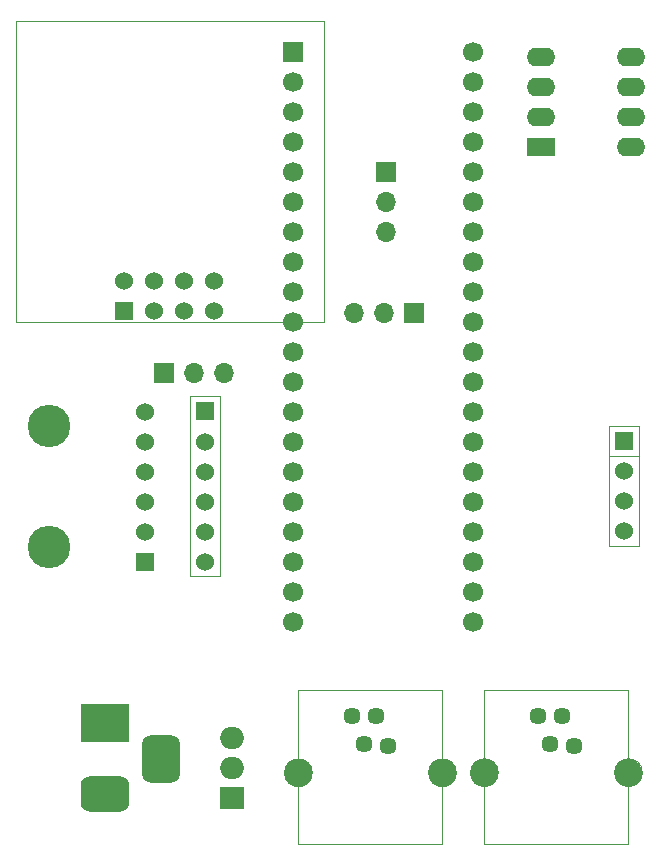
<source format=gbr>
G04 #@! TF.GenerationSoftware,KiCad,Pcbnew,(6.0.4)*
G04 #@! TF.CreationDate,2023-10-25T12:50:42+07:00*
G04 #@! TF.ProjectId,Station-Hardware-ver-01,53746174-696f-46e2-9d48-617264776172,rev?*
G04 #@! TF.SameCoordinates,Original*
G04 #@! TF.FileFunction,Soldermask,Top*
G04 #@! TF.FilePolarity,Negative*
%FSLAX46Y46*%
G04 Gerber Fmt 4.6, Leading zero omitted, Abs format (unit mm)*
G04 Created by KiCad (PCBNEW (6.0.4)) date 2023-10-25 12:50:42*
%MOMM*%
%LPD*%
G01*
G04 APERTURE LIST*
G04 Aperture macros list*
%AMRoundRect*
0 Rectangle with rounded corners*
0 $1 Rounding radius*
0 $2 $3 $4 $5 $6 $7 $8 $9 X,Y pos of 4 corners*
0 Add a 4 corners polygon primitive as box body*
4,1,4,$2,$3,$4,$5,$6,$7,$8,$9,$2,$3,0*
0 Add four circle primitives for the rounded corners*
1,1,$1+$1,$2,$3*
1,1,$1+$1,$4,$5*
1,1,$1+$1,$6,$7*
1,1,$1+$1,$8,$9*
0 Add four rect primitives between the rounded corners*
20,1,$1+$1,$2,$3,$4,$5,0*
20,1,$1+$1,$4,$5,$6,$7,0*
20,1,$1+$1,$6,$7,$8,$9,0*
20,1,$1+$1,$8,$9,$2,$3,0*%
G04 Aperture macros list end*
%ADD10C,0.120000*%
%ADD11R,1.524000X1.524000*%
%ADD12C,1.524000*%
%ADD13C,1.700000*%
%ADD14R,1.700000X1.700000*%
%ADD15C,3.600000*%
%ADD16C,2.360000*%
%ADD17C,1.450000*%
%ADD18O,1.700000X1.700000*%
%ADD19RoundRect,0.800000X0.800000X-1.250000X0.800000X1.250000X-0.800000X1.250000X-0.800000X-1.250000X0*%
%ADD20RoundRect,0.750000X1.300000X-0.750000X1.300000X0.750000X-1.300000X0.750000X-1.300000X-0.750000X0*%
%ADD21R,4.100000X3.200000*%
%ADD22R,2.000000X1.905000*%
%ADD23O,2.000000X1.905000*%
%ADD24R,2.400000X1.600000*%
%ADD25O,2.400000X1.600000*%
G04 APERTURE END LIST*
D10*
G04 #@! TO.C,U3*
X168150000Y-41380000D02*
X194150000Y-41380000D01*
X194150000Y-41380000D02*
X194150000Y-66880000D01*
X194150000Y-66880000D02*
X168150000Y-66880000D01*
X168150000Y-66880000D02*
X168150000Y-41380000D01*
G04 #@! TO.C,J4*
X192020000Y-98010000D02*
X204220000Y-98010000D01*
X204220000Y-98010000D02*
X204220000Y-111010000D01*
X204220000Y-111010000D02*
X192020000Y-111010000D01*
X192020000Y-111010000D02*
X192020000Y-98010000D01*
X193200000Y-105010000D02*
G75*
G03*
X193200000Y-105010000I-1180000J0D01*
G01*
X205400000Y-105010000D02*
G75*
G03*
X205400000Y-105010000I-1180000J0D01*
G01*
G04 #@! TO.C,J5*
X207768000Y-98000000D02*
X219968000Y-98000000D01*
X219968000Y-98000000D02*
X219968000Y-111000000D01*
X219968000Y-111000000D02*
X207768000Y-111000000D01*
X207768000Y-111000000D02*
X207768000Y-98000000D01*
X221148000Y-105000000D02*
G75*
G03*
X221148000Y-105000000I-1180000J0D01*
G01*
X208948000Y-105000000D02*
G75*
G03*
X208948000Y-105000000I-1180000J0D01*
G01*
G04 #@! TO.C,U2*
X182830000Y-73100000D02*
X185370000Y-73100000D01*
X185370000Y-73100000D02*
X185370000Y-88340000D01*
X185370000Y-88340000D02*
X182830000Y-88340000D01*
X182830000Y-88340000D02*
X182830000Y-73100000D01*
X220830000Y-75640000D02*
X218290000Y-75640000D01*
X218290000Y-75640000D02*
X218290000Y-78180000D01*
X218290000Y-78180000D02*
X220830000Y-78180000D01*
X220830000Y-78180000D02*
X220830000Y-75640000D01*
X220830000Y-78180000D02*
X218290000Y-78180000D01*
X218290000Y-78180000D02*
X218290000Y-85800000D01*
X218290000Y-85800000D02*
X220830000Y-85800000D01*
X220830000Y-85800000D02*
X220830000Y-78180000D01*
G04 #@! TD*
D11*
G04 #@! TO.C,U3*
X177270000Y-65930000D03*
D12*
X177270000Y-63390000D03*
X179810000Y-65930000D03*
X179810000Y-63390000D03*
X182350000Y-65930000D03*
X182350000Y-63390000D03*
X184890000Y-65930000D03*
X184890000Y-63390000D03*
G04 #@! TD*
D13*
G04 #@! TO.C,U1*
X206770000Y-43980000D03*
X206770000Y-46520000D03*
X206770000Y-49060000D03*
X206770000Y-51600000D03*
X206770000Y-54140000D03*
X206770000Y-56680000D03*
X206770000Y-59220000D03*
X206770000Y-61760000D03*
X206770000Y-64300000D03*
X206770000Y-66840000D03*
X206770000Y-69380000D03*
X206770000Y-71920000D03*
X206770000Y-74460000D03*
X206770000Y-77000000D03*
X206770000Y-79540000D03*
X206770000Y-82080000D03*
X206770000Y-84620000D03*
X206770000Y-87160000D03*
X206770000Y-89700000D03*
X206770000Y-92240000D03*
X191530000Y-92240000D03*
X191530000Y-89700000D03*
X191530000Y-87160000D03*
X191530000Y-84620000D03*
X191530000Y-82080000D03*
X191530000Y-79540000D03*
X191530000Y-77000000D03*
X191530000Y-74460000D03*
X191530000Y-71920000D03*
X191530000Y-69380000D03*
X191530000Y-66840000D03*
X191530000Y-64300000D03*
X191530000Y-61760000D03*
X191530000Y-59220000D03*
X191530000Y-56680000D03*
X191530000Y-54140000D03*
X191530000Y-51600000D03*
X191530000Y-49060000D03*
X191530000Y-46520000D03*
D14*
X191530000Y-43980000D03*
G04 #@! TD*
D15*
G04 #@! TO.C,U5*
X170870000Y-75670000D03*
X170870000Y-85910000D03*
D11*
X179020000Y-87140000D03*
D12*
X179020000Y-76980000D03*
X179020000Y-84600000D03*
X179020000Y-82060000D03*
X179020000Y-79520000D03*
X179020000Y-74440000D03*
G04 #@! TD*
D16*
G04 #@! TO.C,J4*
X192020000Y-105010000D03*
X204220000Y-105010000D03*
D17*
X196595000Y-100170000D03*
X198630000Y-100170000D03*
X197610000Y-102610000D03*
X199645000Y-102710000D03*
G04 #@! TD*
D14*
G04 #@! TO.C,J2*
X180665000Y-71165000D03*
D18*
X183205000Y-71165000D03*
X185745000Y-71165000D03*
G04 #@! TD*
D19*
G04 #@! TO.C,J1*
X180352500Y-103800000D03*
D20*
X175652500Y-106800000D03*
D21*
X175652500Y-100800000D03*
G04 #@! TD*
D22*
G04 #@! TO.C,U6*
X186405000Y-107110000D03*
D23*
X186405000Y-104570000D03*
X186405000Y-102030000D03*
G04 #@! TD*
D16*
G04 #@! TO.C,J5*
X207768000Y-105000000D03*
X219968000Y-105000000D03*
D17*
X212343000Y-100160000D03*
X214378000Y-100160000D03*
X213358000Y-102600000D03*
X215393000Y-102700000D03*
G04 #@! TD*
D24*
G04 #@! TO.C,U4*
X212583000Y-52060000D03*
D25*
X212583000Y-49520000D03*
X212583000Y-46980000D03*
X212583000Y-44440000D03*
X220203000Y-44440000D03*
X220203000Y-46980000D03*
X220203000Y-49520000D03*
X220203000Y-52060000D03*
G04 #@! TD*
D11*
G04 #@! TO.C,U2*
X219560000Y-76910000D03*
D12*
X219560000Y-79450000D03*
X219560000Y-81990000D03*
X219560000Y-84530000D03*
D11*
X184100000Y-74370000D03*
D12*
X184100000Y-76990000D03*
X184100000Y-82070000D03*
X184100000Y-79530000D03*
X184100000Y-84610000D03*
X184100000Y-87150000D03*
G04 #@! TD*
D14*
G04 #@! TO.C,J6*
X201770000Y-66040000D03*
D18*
X199230000Y-66040000D03*
X196690000Y-66040000D03*
G04 #@! TD*
D14*
G04 #@! TO.C,J3*
X199415000Y-54125000D03*
D18*
X199415000Y-56665000D03*
X199415000Y-59205000D03*
G04 #@! TD*
M02*

</source>
